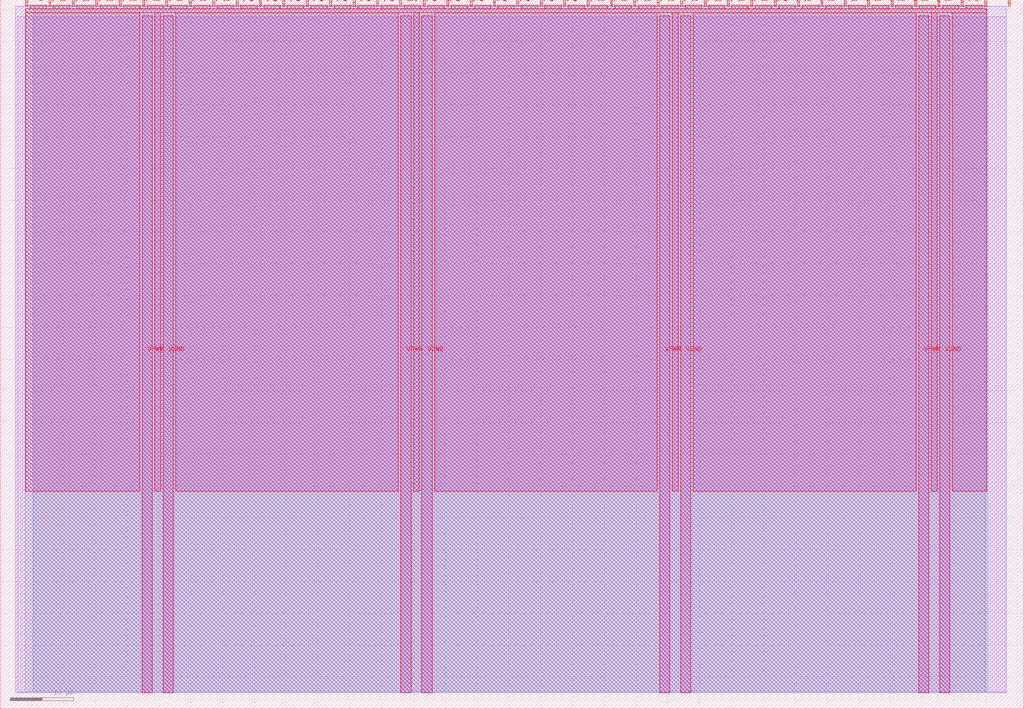
<source format=lef>
VERSION 5.7 ;
  NOWIREEXTENSIONATPIN ON ;
  DIVIDERCHAR "/" ;
  BUSBITCHARS "[]" ;
MACRO tt_um_dvxf_dj8
  CLASS BLOCK ;
  FOREIGN tt_um_dvxf_dj8 ;
  ORIGIN 0.000 0.000 ;
  SIZE 161.000 BY 111.520 ;
  PIN VGND
    DIRECTION INOUT ;
    USE GROUND ;
    PORT
      LAYER met4 ;
        RECT 25.615 2.480 27.215 109.040 ;
    END
    PORT
      LAYER met4 ;
        RECT 66.325 2.480 67.925 109.040 ;
    END
    PORT
      LAYER met4 ;
        RECT 107.035 2.480 108.635 109.040 ;
    END
    PORT
      LAYER met4 ;
        RECT 147.745 2.480 149.345 109.040 ;
    END
  END VGND
  PIN VPWR
    DIRECTION INOUT ;
    USE POWER ;
    PORT
      LAYER met4 ;
        RECT 22.315 2.480 23.915 109.040 ;
    END
    PORT
      LAYER met4 ;
        RECT 63.025 2.480 64.625 109.040 ;
    END
    PORT
      LAYER met4 ;
        RECT 103.735 2.480 105.335 109.040 ;
    END
    PORT
      LAYER met4 ;
        RECT 144.445 2.480 146.045 109.040 ;
    END
  END VPWR
  PIN clk
    DIRECTION INPUT ;
    USE SIGNAL ;
    ANTENNAGATEAREA 0.852000 ;
    PORT
      LAYER met4 ;
        RECT 154.870 110.520 155.170 111.520 ;
    END
  END clk
  PIN ena
    DIRECTION INPUT ;
    USE SIGNAL ;
    PORT
      LAYER met4 ;
        RECT 158.550 110.520 158.850 111.520 ;
    END
  END ena
  PIN rst_n
    DIRECTION INPUT ;
    USE SIGNAL ;
    ANTENNAGATEAREA 0.213000 ;
    PORT
      LAYER met4 ;
        RECT 151.190 110.520 151.490 111.520 ;
    END
  END rst_n
  PIN ui_in[0]
    DIRECTION INPUT ;
    USE SIGNAL ;
    ANTENNAGATEAREA 0.196500 ;
    PORT
      LAYER met4 ;
        RECT 147.510 110.520 147.810 111.520 ;
    END
  END ui_in[0]
  PIN ui_in[1]
    DIRECTION INPUT ;
    USE SIGNAL ;
    ANTENNAGATEAREA 0.196500 ;
    PORT
      LAYER met4 ;
        RECT 143.830 110.520 144.130 111.520 ;
    END
  END ui_in[1]
  PIN ui_in[2]
    DIRECTION INPUT ;
    USE SIGNAL ;
    ANTENNAGATEAREA 0.196500 ;
    PORT
      LAYER met4 ;
        RECT 140.150 110.520 140.450 111.520 ;
    END
  END ui_in[2]
  PIN ui_in[3]
    DIRECTION INPUT ;
    USE SIGNAL ;
    ANTENNAGATEAREA 0.196500 ;
    PORT
      LAYER met4 ;
        RECT 136.470 110.520 136.770 111.520 ;
    END
  END ui_in[3]
  PIN ui_in[4]
    DIRECTION INPUT ;
    USE SIGNAL ;
    ANTENNAGATEAREA 0.196500 ;
    PORT
      LAYER met4 ;
        RECT 132.790 110.520 133.090 111.520 ;
    END
  END ui_in[4]
  PIN ui_in[5]
    DIRECTION INPUT ;
    USE SIGNAL ;
    ANTENNAGATEAREA 0.196500 ;
    PORT
      LAYER met4 ;
        RECT 129.110 110.520 129.410 111.520 ;
    END
  END ui_in[5]
  PIN ui_in[6]
    DIRECTION INPUT ;
    USE SIGNAL ;
    ANTENNAGATEAREA 0.196500 ;
    PORT
      LAYER met4 ;
        RECT 125.430 110.520 125.730 111.520 ;
    END
  END ui_in[6]
  PIN ui_in[7]
    DIRECTION INPUT ;
    USE SIGNAL ;
    ANTENNAGATEAREA 0.196500 ;
    PORT
      LAYER met4 ;
        RECT 121.750 110.520 122.050 111.520 ;
    END
  END ui_in[7]
  PIN uio_in[0]
    DIRECTION INPUT ;
    USE SIGNAL ;
    PORT
      LAYER met4 ;
        RECT 118.070 110.520 118.370 111.520 ;
    END
  END uio_in[0]
  PIN uio_in[1]
    DIRECTION INPUT ;
    USE SIGNAL ;
    PORT
      LAYER met4 ;
        RECT 114.390 110.520 114.690 111.520 ;
    END
  END uio_in[1]
  PIN uio_in[2]
    DIRECTION INPUT ;
    USE SIGNAL ;
    PORT
      LAYER met4 ;
        RECT 110.710 110.520 111.010 111.520 ;
    END
  END uio_in[2]
  PIN uio_in[3]
    DIRECTION INPUT ;
    USE SIGNAL ;
    PORT
      LAYER met4 ;
        RECT 107.030 110.520 107.330 111.520 ;
    END
  END uio_in[3]
  PIN uio_in[4]
    DIRECTION INPUT ;
    USE SIGNAL ;
    PORT
      LAYER met4 ;
        RECT 103.350 110.520 103.650 111.520 ;
    END
  END uio_in[4]
  PIN uio_in[5]
    DIRECTION INPUT ;
    USE SIGNAL ;
    PORT
      LAYER met4 ;
        RECT 99.670 110.520 99.970 111.520 ;
    END
  END uio_in[5]
  PIN uio_in[6]
    DIRECTION INPUT ;
    USE SIGNAL ;
    PORT
      LAYER met4 ;
        RECT 95.990 110.520 96.290 111.520 ;
    END
  END uio_in[6]
  PIN uio_in[7]
    DIRECTION INPUT ;
    USE SIGNAL ;
    PORT
      LAYER met4 ;
        RECT 92.310 110.520 92.610 111.520 ;
    END
  END uio_in[7]
  PIN uio_oe[0]
    DIRECTION OUTPUT ;
    USE SIGNAL ;
    ANTENNADIFFAREA 0.445500 ;
    PORT
      LAYER met4 ;
        RECT 29.750 110.520 30.050 111.520 ;
    END
  END uio_oe[0]
  PIN uio_oe[1]
    DIRECTION OUTPUT ;
    USE SIGNAL ;
    ANTENNADIFFAREA 0.445500 ;
    PORT
      LAYER met4 ;
        RECT 26.070 110.520 26.370 111.520 ;
    END
  END uio_oe[1]
  PIN uio_oe[2]
    DIRECTION OUTPUT ;
    USE SIGNAL ;
    ANTENNADIFFAREA 0.445500 ;
    PORT
      LAYER met4 ;
        RECT 22.390 110.520 22.690 111.520 ;
    END
  END uio_oe[2]
  PIN uio_oe[3]
    DIRECTION OUTPUT ;
    USE SIGNAL ;
    ANTENNADIFFAREA 0.445500 ;
    PORT
      LAYER met4 ;
        RECT 18.710 110.520 19.010 111.520 ;
    END
  END uio_oe[3]
  PIN uio_oe[4]
    DIRECTION OUTPUT ;
    USE SIGNAL ;
    ANTENNADIFFAREA 0.445500 ;
    PORT
      LAYER met4 ;
        RECT 15.030 110.520 15.330 111.520 ;
    END
  END uio_oe[4]
  PIN uio_oe[5]
    DIRECTION OUTPUT ;
    USE SIGNAL ;
    ANTENNADIFFAREA 0.445500 ;
    PORT
      LAYER met4 ;
        RECT 11.350 110.520 11.650 111.520 ;
    END
  END uio_oe[5]
  PIN uio_oe[6]
    DIRECTION OUTPUT ;
    USE SIGNAL ;
    ANTENNADIFFAREA 0.445500 ;
    PORT
      LAYER met4 ;
        RECT 7.670 110.520 7.970 111.520 ;
    END
  END uio_oe[6]
  PIN uio_oe[7]
    DIRECTION OUTPUT ;
    USE SIGNAL ;
    ANTENNADIFFAREA 0.445500 ;
    PORT
      LAYER met4 ;
        RECT 3.990 110.520 4.290 111.520 ;
    END
  END uio_oe[7]
  PIN uio_out[0]
    DIRECTION OUTPUT ;
    USE SIGNAL ;
    ANTENNADIFFAREA 0.445500 ;
    PORT
      LAYER met4 ;
        RECT 59.190 110.520 59.490 111.520 ;
    END
  END uio_out[0]
  PIN uio_out[1]
    DIRECTION OUTPUT ;
    USE SIGNAL ;
    ANTENNADIFFAREA 0.445500 ;
    PORT
      LAYER met4 ;
        RECT 55.510 110.520 55.810 111.520 ;
    END
  END uio_out[1]
  PIN uio_out[2]
    DIRECTION OUTPUT ;
    USE SIGNAL ;
    ANTENNADIFFAREA 0.445500 ;
    PORT
      LAYER met4 ;
        RECT 51.830 110.520 52.130 111.520 ;
    END
  END uio_out[2]
  PIN uio_out[3]
    DIRECTION OUTPUT ;
    USE SIGNAL ;
    ANTENNADIFFAREA 0.445500 ;
    PORT
      LAYER met4 ;
        RECT 48.150 110.520 48.450 111.520 ;
    END
  END uio_out[3]
  PIN uio_out[4]
    DIRECTION OUTPUT ;
    USE SIGNAL ;
    ANTENNADIFFAREA 0.445500 ;
    PORT
      LAYER met4 ;
        RECT 44.470 110.520 44.770 111.520 ;
    END
  END uio_out[4]
  PIN uio_out[5]
    DIRECTION OUTPUT ;
    USE SIGNAL ;
    ANTENNADIFFAREA 0.445500 ;
    PORT
      LAYER met4 ;
        RECT 40.790 110.520 41.090 111.520 ;
    END
  END uio_out[5]
  PIN uio_out[6]
    DIRECTION OUTPUT ;
    USE SIGNAL ;
    ANTENNADIFFAREA 0.445500 ;
    PORT
      LAYER met4 ;
        RECT 37.110 110.520 37.410 111.520 ;
    END
  END uio_out[6]
  PIN uio_out[7]
    DIRECTION OUTPUT ;
    USE SIGNAL ;
    ANTENNADIFFAREA 0.445500 ;
    PORT
      LAYER met4 ;
        RECT 33.430 110.520 33.730 111.520 ;
    END
  END uio_out[7]
  PIN uo_out[0]
    DIRECTION OUTPUT ;
    USE SIGNAL ;
    ANTENNADIFFAREA 0.445500 ;
    PORT
      LAYER met4 ;
        RECT 88.630 110.520 88.930 111.520 ;
    END
  END uo_out[0]
  PIN uo_out[1]
    DIRECTION OUTPUT ;
    USE SIGNAL ;
    ANTENNADIFFAREA 0.445500 ;
    PORT
      LAYER met4 ;
        RECT 84.950 110.520 85.250 111.520 ;
    END
  END uo_out[1]
  PIN uo_out[2]
    DIRECTION OUTPUT ;
    USE SIGNAL ;
    ANTENNADIFFAREA 0.445500 ;
    PORT
      LAYER met4 ;
        RECT 81.270 110.520 81.570 111.520 ;
    END
  END uo_out[2]
  PIN uo_out[3]
    DIRECTION OUTPUT ;
    USE SIGNAL ;
    ANTENNADIFFAREA 0.445500 ;
    PORT
      LAYER met4 ;
        RECT 77.590 110.520 77.890 111.520 ;
    END
  END uo_out[3]
  PIN uo_out[4]
    DIRECTION OUTPUT ;
    USE SIGNAL ;
    ANTENNADIFFAREA 0.445500 ;
    PORT
      LAYER met4 ;
        RECT 73.910 110.520 74.210 111.520 ;
    END
  END uo_out[4]
  PIN uo_out[5]
    DIRECTION OUTPUT ;
    USE SIGNAL ;
    ANTENNADIFFAREA 0.445500 ;
    PORT
      LAYER met4 ;
        RECT 70.230 110.520 70.530 111.520 ;
    END
  END uo_out[5]
  PIN uo_out[6]
    DIRECTION OUTPUT ;
    USE SIGNAL ;
    ANTENNADIFFAREA 0.445500 ;
    PORT
      LAYER met4 ;
        RECT 66.550 110.520 66.850 111.520 ;
    END
  END uo_out[6]
  PIN uo_out[7]
    DIRECTION OUTPUT ;
    USE SIGNAL ;
    ANTENNADIFFAREA 0.445500 ;
    PORT
      LAYER met4 ;
        RECT 62.870 110.520 63.170 111.520 ;
    END
  END uo_out[7]
  OBS
      LAYER li1 ;
        RECT 2.760 2.635 158.240 108.885 ;
      LAYER met1 ;
        RECT 2.460 2.480 158.240 110.460 ;
      LAYER met2 ;
        RECT 5.160 2.535 154.920 110.685 ;
      LAYER met3 ;
        RECT 3.950 2.555 155.210 110.665 ;
      LAYER met4 ;
        RECT 4.690 110.120 7.270 110.665 ;
        RECT 8.370 110.120 10.950 110.665 ;
        RECT 12.050 110.120 14.630 110.665 ;
        RECT 15.730 110.120 18.310 110.665 ;
        RECT 19.410 110.120 21.990 110.665 ;
        RECT 23.090 110.120 25.670 110.665 ;
        RECT 26.770 110.120 29.350 110.665 ;
        RECT 30.450 110.120 33.030 110.665 ;
        RECT 34.130 110.120 36.710 110.665 ;
        RECT 37.810 110.120 40.390 110.665 ;
        RECT 41.490 110.120 44.070 110.665 ;
        RECT 45.170 110.120 47.750 110.665 ;
        RECT 48.850 110.120 51.430 110.665 ;
        RECT 52.530 110.120 55.110 110.665 ;
        RECT 56.210 110.120 58.790 110.665 ;
        RECT 59.890 110.120 62.470 110.665 ;
        RECT 63.570 110.120 66.150 110.665 ;
        RECT 67.250 110.120 69.830 110.665 ;
        RECT 70.930 110.120 73.510 110.665 ;
        RECT 74.610 110.120 77.190 110.665 ;
        RECT 78.290 110.120 80.870 110.665 ;
        RECT 81.970 110.120 84.550 110.665 ;
        RECT 85.650 110.120 88.230 110.665 ;
        RECT 89.330 110.120 91.910 110.665 ;
        RECT 93.010 110.120 95.590 110.665 ;
        RECT 96.690 110.120 99.270 110.665 ;
        RECT 100.370 110.120 102.950 110.665 ;
        RECT 104.050 110.120 106.630 110.665 ;
        RECT 107.730 110.120 110.310 110.665 ;
        RECT 111.410 110.120 113.990 110.665 ;
        RECT 115.090 110.120 117.670 110.665 ;
        RECT 118.770 110.120 121.350 110.665 ;
        RECT 122.450 110.120 125.030 110.665 ;
        RECT 126.130 110.120 128.710 110.665 ;
        RECT 129.810 110.120 132.390 110.665 ;
        RECT 133.490 110.120 136.070 110.665 ;
        RECT 137.170 110.120 139.750 110.665 ;
        RECT 140.850 110.120 143.430 110.665 ;
        RECT 144.530 110.120 147.110 110.665 ;
        RECT 148.210 110.120 150.790 110.665 ;
        RECT 151.890 110.120 154.470 110.665 ;
        RECT 3.975 109.440 155.185 110.120 ;
        RECT 3.975 34.175 21.915 109.440 ;
        RECT 24.315 34.175 25.215 109.440 ;
        RECT 27.615 34.175 62.625 109.440 ;
        RECT 65.025 34.175 65.925 109.440 ;
        RECT 68.325 34.175 103.335 109.440 ;
        RECT 105.735 34.175 106.635 109.440 ;
        RECT 109.035 34.175 144.045 109.440 ;
        RECT 146.445 34.175 147.345 109.440 ;
        RECT 149.745 34.175 155.185 109.440 ;
  END
END tt_um_dvxf_dj8
END LIBRARY


</source>
